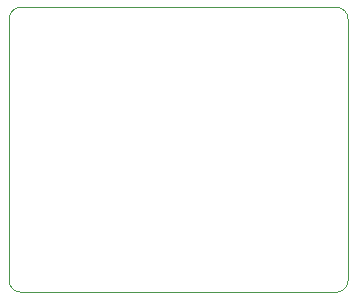
<source format=gbr>
%TF.GenerationSoftware,KiCad,Pcbnew,7.0.6*%
%TF.CreationDate,2024-02-24T16:40:59-05:00*%
%TF.ProjectId,ads1120_breakout,61647331-3132-4305-9f62-7265616b6f75,rev?*%
%TF.SameCoordinates,Original*%
%TF.FileFunction,Profile,NP*%
%FSLAX46Y46*%
G04 Gerber Fmt 4.6, Leading zero omitted, Abs format (unit mm)*
G04 Created by KiCad (PCBNEW 7.0.6) date 2024-02-24 16:40:59*
%MOMM*%
%LPD*%
G01*
G04 APERTURE LIST*
%TA.AperFunction,Profile*%
%ADD10C,0.100000*%
%TD*%
G04 APERTURE END LIST*
D10*
X157988000Y-73136000D02*
G75*
G03*
X156988000Y-72136000I-1000000J0D01*
G01*
X156988000Y-96266000D02*
G75*
G03*
X157988000Y-95266000I0J1000000D01*
G01*
X129286000Y-95266000D02*
G75*
G03*
X130286000Y-96266000I1000000J0D01*
G01*
X130286000Y-72136000D02*
G75*
G03*
X129286000Y-73136000I0J-1000000D01*
G01*
X156988000Y-72136000D02*
X130286000Y-72136000D01*
X157988000Y-95266000D02*
X157988000Y-73136000D01*
X130286000Y-96266000D02*
X156988000Y-96266000D01*
X129286000Y-73136000D02*
X129286000Y-95266000D01*
M02*

</source>
